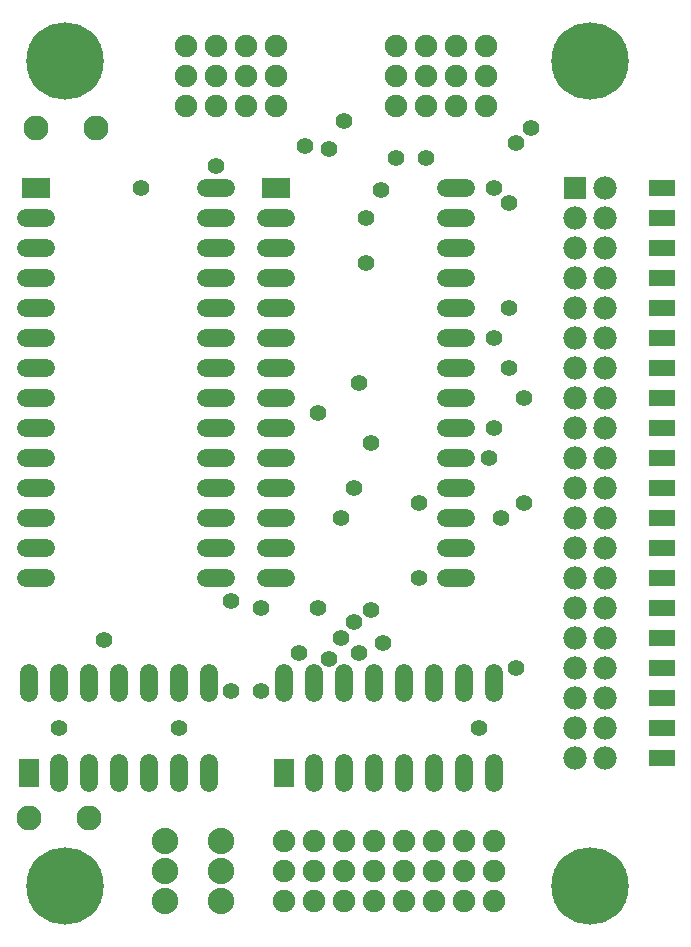
<source format=gts>
G04 Layer_Color=8388736*
%FSLAX25Y25*%
%MOIN*%
G70*
G01*
G75*
%ADD30R,0.08674X0.05800*%
%ADD31R,0.07800X0.07800*%
%ADD32C,0.07800*%
%ADD33C,0.25800*%
%ADD34C,0.08300*%
%ADD35C,0.07493*%
%ADD36C,0.08800*%
%ADD37R,0.09300X0.07000*%
%ADD38O,0.12800X0.05918*%
%ADD39O,0.05918X0.12800*%
%ADD40R,0.07000X0.09300*%
%ADD41C,0.05524*%
D30*
X693500Y390000D02*
D03*
Y380000D02*
D03*
Y370000D02*
D03*
Y360000D02*
D03*
Y350000D02*
D03*
Y340000D02*
D03*
Y330000D02*
D03*
Y320000D02*
D03*
Y310000D02*
D03*
Y300000D02*
D03*
Y290000D02*
D03*
Y280000D02*
D03*
Y270000D02*
D03*
Y260000D02*
D03*
Y250000D02*
D03*
Y240000D02*
D03*
Y230000D02*
D03*
Y220000D02*
D03*
Y210000D02*
D03*
Y200000D02*
D03*
D31*
X664500Y390000D02*
D03*
D32*
X674500D02*
D03*
X664500Y380000D02*
D03*
X674500D02*
D03*
X664500Y370000D02*
D03*
X674500D02*
D03*
X664500Y360000D02*
D03*
X674500D02*
D03*
X664500Y350000D02*
D03*
X674500D02*
D03*
X664500Y340000D02*
D03*
X674500D02*
D03*
X664500Y330000D02*
D03*
X674500D02*
D03*
X664500Y320000D02*
D03*
X674500D02*
D03*
X664500Y310000D02*
D03*
X674500D02*
D03*
X664500Y300000D02*
D03*
X674500D02*
D03*
X664500Y290000D02*
D03*
X674500D02*
D03*
X664500Y280000D02*
D03*
X674500D02*
D03*
X664500Y270000D02*
D03*
X674500D02*
D03*
X664500Y260000D02*
D03*
X674500D02*
D03*
X664500Y250000D02*
D03*
X674500D02*
D03*
X664500Y240000D02*
D03*
X674500D02*
D03*
X664500Y230000D02*
D03*
X674500D02*
D03*
X664500Y220000D02*
D03*
X674500D02*
D03*
X664500Y210000D02*
D03*
X674500D02*
D03*
X664500Y200000D02*
D03*
X674500D02*
D03*
D33*
X669500Y157500D02*
D03*
Y432500D02*
D03*
X494500D02*
D03*
Y157500D02*
D03*
D34*
X505000Y410000D02*
D03*
X485000D02*
D03*
X482500Y180000D02*
D03*
X502500D02*
D03*
D35*
X605000Y427500D02*
D03*
Y417500D02*
D03*
Y437500D02*
D03*
X615000Y427500D02*
D03*
Y417500D02*
D03*
Y437500D02*
D03*
X625000Y427500D02*
D03*
Y417500D02*
D03*
Y437500D02*
D03*
X635000Y427500D02*
D03*
Y417500D02*
D03*
Y437500D02*
D03*
X535000Y427500D02*
D03*
Y417500D02*
D03*
Y437500D02*
D03*
X545000Y427500D02*
D03*
Y417500D02*
D03*
Y437500D02*
D03*
X555000Y427500D02*
D03*
Y417500D02*
D03*
Y437500D02*
D03*
X565000Y427500D02*
D03*
Y417500D02*
D03*
Y437500D02*
D03*
X637500Y172500D02*
D03*
Y152500D02*
D03*
Y162500D02*
D03*
X567500D02*
D03*
Y152500D02*
D03*
Y172500D02*
D03*
X577500Y162500D02*
D03*
Y152500D02*
D03*
Y172500D02*
D03*
X587500Y162500D02*
D03*
Y152500D02*
D03*
Y172500D02*
D03*
X597500Y162500D02*
D03*
Y152500D02*
D03*
Y172500D02*
D03*
X607500Y162500D02*
D03*
Y152500D02*
D03*
Y172500D02*
D03*
X617500Y162500D02*
D03*
Y152500D02*
D03*
Y172500D02*
D03*
X627500Y162500D02*
D03*
Y152500D02*
D03*
Y172500D02*
D03*
D36*
X528000Y162500D02*
D03*
Y152500D02*
D03*
Y172500D02*
D03*
X546500Y162500D02*
D03*
Y152500D02*
D03*
Y172500D02*
D03*
D37*
X485000Y390000D02*
D03*
X565000D02*
D03*
D38*
X485000Y380000D02*
D03*
Y370000D02*
D03*
Y360000D02*
D03*
Y350000D02*
D03*
Y340000D02*
D03*
Y330000D02*
D03*
Y320000D02*
D03*
Y310000D02*
D03*
Y300000D02*
D03*
Y290000D02*
D03*
Y280000D02*
D03*
Y270000D02*
D03*
Y260000D02*
D03*
X545000D02*
D03*
Y270000D02*
D03*
Y280000D02*
D03*
Y290000D02*
D03*
Y300000D02*
D03*
Y310000D02*
D03*
Y320000D02*
D03*
Y330000D02*
D03*
Y340000D02*
D03*
Y350000D02*
D03*
Y360000D02*
D03*
Y370000D02*
D03*
Y380000D02*
D03*
Y390000D02*
D03*
X625000D02*
D03*
Y380000D02*
D03*
Y370000D02*
D03*
Y360000D02*
D03*
Y350000D02*
D03*
Y340000D02*
D03*
Y330000D02*
D03*
Y320000D02*
D03*
Y310000D02*
D03*
Y300000D02*
D03*
Y290000D02*
D03*
Y280000D02*
D03*
Y270000D02*
D03*
Y260000D02*
D03*
X565000D02*
D03*
Y270000D02*
D03*
Y280000D02*
D03*
Y290000D02*
D03*
Y300000D02*
D03*
Y310000D02*
D03*
Y320000D02*
D03*
Y330000D02*
D03*
Y340000D02*
D03*
Y350000D02*
D03*
Y360000D02*
D03*
Y370000D02*
D03*
Y380000D02*
D03*
D39*
X567500Y225000D02*
D03*
X577500D02*
D03*
X587500D02*
D03*
X597500D02*
D03*
X607500D02*
D03*
X617500D02*
D03*
X627500D02*
D03*
X637500D02*
D03*
Y195000D02*
D03*
X627500D02*
D03*
X617500D02*
D03*
X607500D02*
D03*
X597500D02*
D03*
X587500D02*
D03*
X577500D02*
D03*
X482500Y225000D02*
D03*
X492500D02*
D03*
X502500D02*
D03*
X512500D02*
D03*
X522500D02*
D03*
X532500D02*
D03*
X542500D02*
D03*
Y195000D02*
D03*
X532500D02*
D03*
X522500D02*
D03*
X512500D02*
D03*
X502500D02*
D03*
X492500D02*
D03*
D40*
X567500D02*
D03*
X482500D02*
D03*
D41*
X507500Y239500D02*
D03*
X574500Y404000D02*
D03*
X645000Y405000D02*
D03*
X650000Y410000D02*
D03*
X582500Y403000D02*
D03*
X579000Y315000D02*
D03*
Y250000D02*
D03*
X560000D02*
D03*
X596500Y249500D02*
D03*
X591000Y245500D02*
D03*
X596500Y305000D02*
D03*
X582500Y233000D02*
D03*
X637500Y390000D02*
D03*
Y340000D02*
D03*
Y310000D02*
D03*
X636000Y300000D02*
D03*
X592500Y325000D02*
D03*
X600500Y238500D02*
D03*
X591000Y290000D02*
D03*
X586500Y240000D02*
D03*
Y280000D02*
D03*
X605000Y400000D02*
D03*
X600000Y389500D02*
D03*
X587500Y412500D02*
D03*
X645000Y230000D02*
D03*
X572500Y235000D02*
D03*
X592500D02*
D03*
X632500Y210000D02*
D03*
X595000Y380000D02*
D03*
X612500Y260000D02*
D03*
Y285000D02*
D03*
X640000Y280000D02*
D03*
X642500Y330000D02*
D03*
X647500Y285000D02*
D03*
Y320000D02*
D03*
X550000Y252500D02*
D03*
X560000Y222500D02*
D03*
X492500Y210000D02*
D03*
X532500D02*
D03*
X520000Y390000D02*
D03*
X595000Y365000D02*
D03*
X642500Y385000D02*
D03*
Y350000D02*
D03*
X545000Y397500D02*
D03*
X615000Y400000D02*
D03*
X550000Y222500D02*
D03*
M02*

</source>
